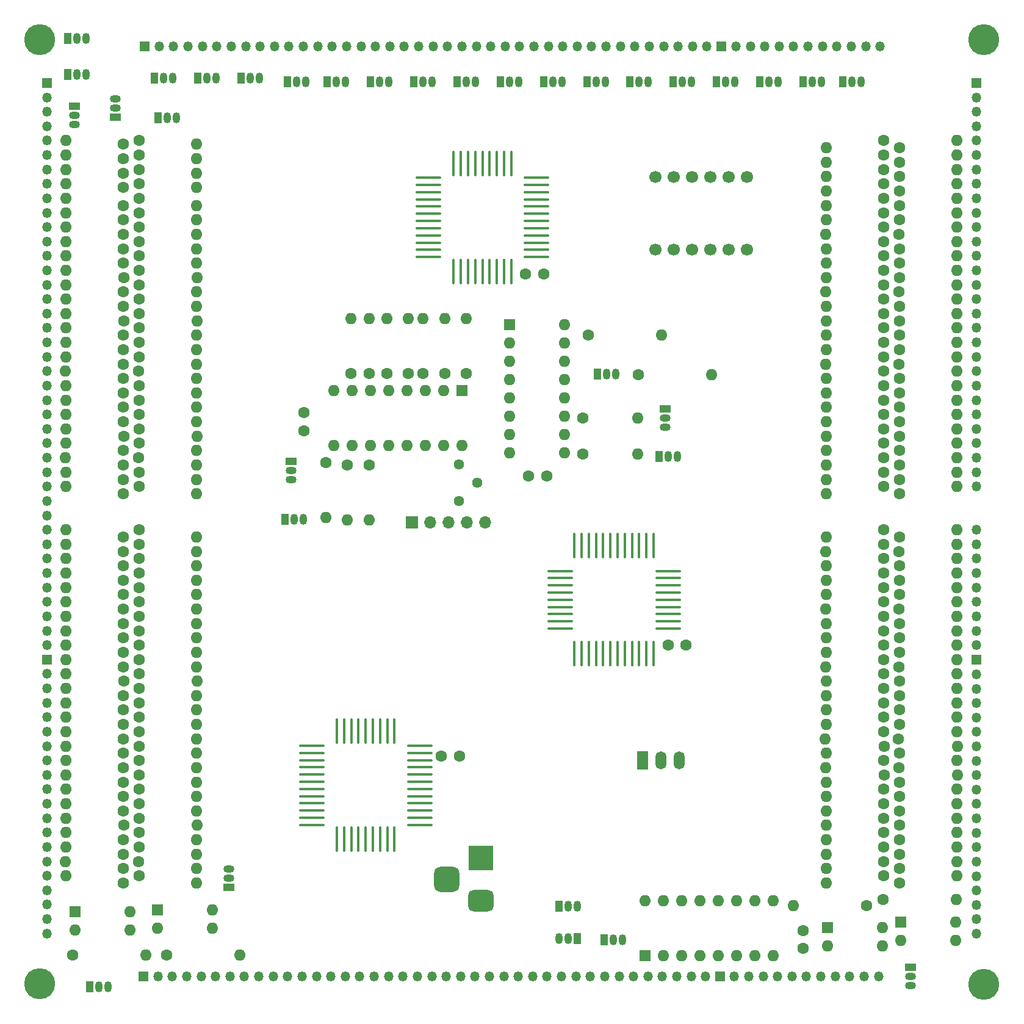
<source format=gts>
G04 #@! TF.GenerationSoftware,KiCad,Pcbnew,(6.0.5)*
G04 #@! TF.CreationDate,2022-09-02T23:17:56+01:00*
G04 #@! TF.ProjectId,screen-driver,73637265-656e-42d6-9472-697665722e6b,rev?*
G04 #@! TF.SameCoordinates,Original*
G04 #@! TF.FileFunction,Soldermask,Top*
G04 #@! TF.FilePolarity,Negative*
%FSLAX46Y46*%
G04 Gerber Fmt 4.6, Leading zero omitted, Abs format (unit mm)*
G04 Created by KiCad (PCBNEW (6.0.5)) date 2022-09-02 23:17:56*
%MOMM*%
%LPD*%
G01*
G04 APERTURE LIST*
G04 Aperture macros list*
%AMRoundRect*
0 Rectangle with rounded corners*
0 $1 Rounding radius*
0 $2 $3 $4 $5 $6 $7 $8 $9 X,Y pos of 4 corners*
0 Add a 4 corners polygon primitive as box body*
4,1,4,$2,$3,$4,$5,$6,$7,$8,$9,$2,$3,0*
0 Add four circle primitives for the rounded corners*
1,1,$1+$1,$2,$3*
1,1,$1+$1,$4,$5*
1,1,$1+$1,$6,$7*
1,1,$1+$1,$8,$9*
0 Add four rect primitives between the rounded corners*
20,1,$1+$1,$2,$3,$4,$5,0*
20,1,$1+$1,$4,$5,$6,$7,0*
20,1,$1+$1,$6,$7,$8,$9,0*
20,1,$1+$1,$8,$9,$2,$3,0*%
G04 Aperture macros list end*
%ADD10C,4.300000*%
%ADD11R,1.600000X1.600000*%
%ADD12O,1.600000X1.600000*%
%ADD13C,1.600000*%
%ADD14R,1.500000X1.050000*%
%ADD15O,1.500000X1.050000*%
%ADD16R,1.050000X1.500000*%
%ADD17O,1.050000X1.500000*%
%ADD18R,1.350000X1.350000*%
%ADD19O,1.350000X1.350000*%
%ADD20RoundRect,0.100000X-0.100000X1.650000X-0.100000X-1.650000X0.100000X-1.650000X0.100000X1.650000X0*%
%ADD21RoundRect,0.100000X-1.650000X-0.100000X1.650000X-0.100000X1.650000X0.100000X-1.650000X0.100000X0*%
%ADD22RoundRect,0.100000X0.100000X-1.650000X0.100000X1.650000X-0.100000X1.650000X-0.100000X-1.650000X0*%
%ADD23RoundRect,0.100000X1.650000X0.100000X-1.650000X0.100000X-1.650000X-0.100000X1.650000X-0.100000X0*%
%ADD24C,1.440000*%
%ADD25C,1.700000*%
%ADD26R,1.700000X1.700000*%
%ADD27O,1.700000X1.700000*%
%ADD28R,3.500000X3.500000*%
%ADD29RoundRect,0.750000X1.000000X-0.750000X1.000000X0.750000X-1.000000X0.750000X-1.000000X-0.750000X0*%
%ADD30RoundRect,0.875000X0.875000X-0.875000X0.875000X0.875000X-0.875000X0.875000X-0.875000X-0.875000X0*%
%ADD31R,1.500000X2.500000*%
%ADD32O,1.500000X2.500000*%
G04 APERTURE END LIST*
D10*
G04 #@! TO.C,*
X221300000Y-26510000D03*
G04 #@! TD*
D11*
G04 #@! TO.C,U5*
X148875000Y-75200000D03*
D12*
X146335000Y-75200000D03*
X143795000Y-75200000D03*
X141255000Y-75200000D03*
X138715000Y-75200000D03*
X136175000Y-75200000D03*
X133635000Y-75200000D03*
X131095000Y-75200000D03*
X131095000Y-82820000D03*
X133635000Y-82820000D03*
X136175000Y-82820000D03*
X138715000Y-82820000D03*
X141255000Y-82820000D03*
X143795000Y-82820000D03*
X146335000Y-82820000D03*
X148875000Y-82820000D03*
G04 #@! TD*
D13*
G04 #@! TO.C,R48*
X104080000Y-106500000D03*
D12*
X93920000Y-106500000D03*
G04 #@! TD*
D13*
G04 #@! TO.C,R195*
X207420000Y-96500000D03*
D12*
X217580000Y-96500000D03*
G04 #@! TD*
D14*
G04 #@! TO.C,Q2*
X95140000Y-35730000D03*
D15*
X95140000Y-37000000D03*
X95140000Y-38270000D03*
G04 #@! TD*
D13*
G04 #@! TO.C,R177*
X207420000Y-56500000D03*
D12*
X217580000Y-56500000D03*
G04 #@! TD*
D13*
G04 #@! TO.C,R37*
X104080000Y-80500000D03*
D12*
X93920000Y-80500000D03*
G04 #@! TD*
D13*
G04 #@! TO.C,R149*
X209500000Y-105500000D03*
D12*
X199340000Y-105500000D03*
G04 #@! TD*
D16*
G04 #@! TO.C,Q30*
X164900000Y-151200000D03*
D17*
X163630000Y-151200000D03*
X162360000Y-151200000D03*
G04 #@! TD*
D13*
G04 #@! TO.C,R8*
X104080000Y-126500000D03*
D12*
X93920000Y-126500000D03*
G04 #@! TD*
D13*
G04 #@! TO.C,R34*
X104080000Y-74500000D03*
D12*
X93920000Y-74500000D03*
G04 #@! TD*
D13*
G04 #@! TO.C,R176*
X207420000Y-54500000D03*
D12*
X217580000Y-54500000D03*
G04 #@! TD*
D13*
G04 #@! TO.C,R179*
X207420000Y-60500000D03*
D12*
X217580000Y-60500000D03*
G04 #@! TD*
D18*
G04 #@! TO.C,J7*
X184700000Y-156500000D03*
D19*
X186700000Y-156500000D03*
X188700000Y-156500000D03*
X190700000Y-156500000D03*
X192700000Y-156500000D03*
X194700000Y-156500000D03*
X196700000Y-156500000D03*
X198700000Y-156500000D03*
X200700000Y-156500000D03*
X202700000Y-156500000D03*
X204700000Y-156500000D03*
X206700000Y-156500000D03*
G04 #@! TD*
D13*
G04 #@! TO.C,R196*
X207420000Y-98500000D03*
D12*
X217580000Y-98500000D03*
G04 #@! TD*
D13*
G04 #@! TO.C,R115*
X207320000Y-145800000D03*
D12*
X217480000Y-145800000D03*
G04 #@! TD*
D13*
G04 #@! TO.C,R51*
X141500000Y-72810000D03*
D12*
X141500000Y-65190000D03*
G04 #@! TD*
D13*
G04 #@! TO.C,R155*
X209580000Y-117500000D03*
D12*
X199420000Y-117500000D03*
G04 #@! TD*
D13*
G04 #@! TO.C,R7*
X104080000Y-124500000D03*
D12*
X93920000Y-124500000D03*
G04 #@! TD*
D18*
G04 #@! TO.C,J6*
X184920000Y-27400000D03*
D19*
X186920000Y-27400000D03*
X188920000Y-27400000D03*
X190920000Y-27400000D03*
X192920000Y-27400000D03*
X194920000Y-27400000D03*
X196920000Y-27400000D03*
X198920000Y-27400000D03*
X200920000Y-27400000D03*
X202920000Y-27400000D03*
X204920000Y-27400000D03*
X206920000Y-27400000D03*
G04 #@! TD*
D13*
G04 #@! TO.C,C4*
X127000000Y-80750000D03*
X127000000Y-78250000D03*
G04 #@! TD*
G04 #@! TO.C,R71*
X101920000Y-133500000D03*
D12*
X112080000Y-133500000D03*
G04 #@! TD*
D13*
G04 #@! TO.C,R139*
X209580000Y-81500000D03*
D12*
X199420000Y-81500000D03*
G04 #@! TD*
D13*
G04 #@! TO.C,R98*
X101920000Y-83500000D03*
D12*
X112080000Y-83500000D03*
G04 #@! TD*
D13*
G04 #@! TO.C,R211*
X207500000Y-128500000D03*
D12*
X217660000Y-128500000D03*
G04 #@! TD*
D13*
G04 #@! TO.C,R209*
X207500000Y-124500000D03*
D12*
X217660000Y-124500000D03*
G04 #@! TD*
D13*
G04 #@! TO.C,R64*
X101920000Y-119500000D03*
D12*
X112080000Y-119500000D03*
G04 #@! TD*
D13*
G04 #@! TO.C,R175*
X207420000Y-52500000D03*
D12*
X217580000Y-52500000D03*
G04 #@! TD*
D13*
G04 #@! TO.C,R84*
X101920000Y-55500000D03*
D12*
X112080000Y-55500000D03*
G04 #@! TD*
D13*
G04 #@! TO.C,R59*
X136000000Y-85500000D03*
D12*
X136000000Y-93120000D03*
G04 #@! TD*
D13*
G04 #@! TO.C,R198*
X207420000Y-102500000D03*
D12*
X217580000Y-102500000D03*
G04 #@! TD*
D13*
G04 #@! TO.C,C3*
X196200000Y-152600000D03*
X196200000Y-150100000D03*
G04 #@! TD*
G04 #@! TO.C,R165*
X209580000Y-137500000D03*
D12*
X199420000Y-137500000D03*
G04 #@! TD*
D13*
G04 #@! TO.C,R210*
X207420000Y-126500000D03*
D12*
X217580000Y-126500000D03*
G04 #@! TD*
D13*
G04 #@! TO.C,R126*
X209580000Y-55500000D03*
D12*
X199420000Y-55500000D03*
G04 #@! TD*
D16*
G04 #@! TO.C,Q14*
X190230000Y-32360000D03*
D17*
X191500000Y-32360000D03*
X192770000Y-32360000D03*
G04 #@! TD*
D13*
G04 #@! TO.C,R131*
X209580000Y-65500000D03*
D12*
X199420000Y-65500000D03*
G04 #@! TD*
D13*
G04 #@! TO.C,R164*
X209580000Y-135500000D03*
D12*
X199420000Y-135500000D03*
G04 #@! TD*
D16*
G04 #@! TO.C,Q24*
X136230000Y-32360000D03*
D17*
X137500000Y-32360000D03*
X138770000Y-32360000D03*
G04 #@! TD*
D16*
G04 #@! TO.C,Q22*
X148230000Y-32360000D03*
D17*
X149500000Y-32360000D03*
X150770000Y-32360000D03*
G04 #@! TD*
D13*
G04 #@! TO.C,R145*
X209500000Y-97500000D03*
D12*
X199340000Y-97500000D03*
G04 #@! TD*
D14*
G04 #@! TO.C,Q6*
X100860000Y-37270000D03*
D15*
X100860000Y-36000000D03*
X100860000Y-34730000D03*
G04 #@! TD*
D13*
G04 #@! TO.C,R189*
X207420000Y-80500000D03*
D12*
X217580000Y-80500000D03*
G04 #@! TD*
D18*
G04 #@! TO.C,J5*
X104720000Y-156500000D03*
D19*
X106720000Y-156500000D03*
X108720000Y-156500000D03*
X110720000Y-156500000D03*
X112720000Y-156500000D03*
X114720000Y-156500000D03*
X116720000Y-156500000D03*
X118720000Y-156500000D03*
X120720000Y-156500000D03*
X122720000Y-156500000D03*
X124720000Y-156500000D03*
X126720000Y-156500000D03*
X128720000Y-156500000D03*
X130720000Y-156500000D03*
X132720000Y-156500000D03*
X134720000Y-156500000D03*
X136720000Y-156500000D03*
X138720000Y-156500000D03*
X140720000Y-156500000D03*
X142720000Y-156500000D03*
X144720000Y-156500000D03*
X146720000Y-156500000D03*
X148720000Y-156500000D03*
X150720000Y-156500000D03*
X152720000Y-156500000D03*
X154720000Y-156500000D03*
X156720000Y-156500000D03*
X158720000Y-156500000D03*
X160720000Y-156500000D03*
X162720000Y-156500000D03*
X164720000Y-156500000D03*
X166720000Y-156500000D03*
X168720000Y-156500000D03*
X170720000Y-156500000D03*
X172720000Y-156500000D03*
X174720000Y-156500000D03*
X176720000Y-156500000D03*
X178720000Y-156500000D03*
X180720000Y-156500000D03*
X182720000Y-156500000D03*
G04 #@! TD*
D13*
G04 #@! TO.C,R97*
X102000000Y-81500000D03*
D12*
X112160000Y-81500000D03*
G04 #@! TD*
D18*
G04 #@! TO.C,J9*
X220300000Y-112540000D03*
D19*
X220300000Y-114540000D03*
X220300000Y-116540000D03*
X220300000Y-118540000D03*
X220300000Y-120540000D03*
X220300000Y-122540000D03*
X220300000Y-124540000D03*
X220300000Y-126540000D03*
X220300000Y-128540000D03*
X220300000Y-130540000D03*
X220300000Y-132540000D03*
X220300000Y-134540000D03*
X220300000Y-136540000D03*
X220300000Y-138540000D03*
X220300000Y-140540000D03*
X220300000Y-142540000D03*
X220300000Y-144540000D03*
X220300000Y-146540000D03*
X220300000Y-148540000D03*
X220300000Y-150540000D03*
G04 #@! TD*
D13*
G04 #@! TO.C,R90*
X101920000Y-67500000D03*
D12*
X112080000Y-67500000D03*
G04 #@! TD*
D13*
G04 #@! TO.C,R70*
X101920000Y-131500000D03*
D12*
X112080000Y-131500000D03*
G04 #@! TD*
D13*
G04 #@! TO.C,R192*
X207420000Y-86500000D03*
D12*
X217580000Y-86500000D03*
G04 #@! TD*
D11*
G04 #@! TO.C,U9*
X174325000Y-153600000D03*
D12*
X176865000Y-153600000D03*
X179405000Y-153600000D03*
X181945000Y-153600000D03*
X184485000Y-153600000D03*
X187025000Y-153600000D03*
X189565000Y-153600000D03*
X192105000Y-153600000D03*
X192105000Y-145980000D03*
X189565000Y-145980000D03*
X187025000Y-145980000D03*
X184485000Y-145980000D03*
X181945000Y-145980000D03*
X179405000Y-145980000D03*
X176865000Y-145980000D03*
X174325000Y-145980000D03*
G04 #@! TD*
D13*
G04 #@! TO.C,R78*
X101920000Y-43000000D03*
D12*
X112080000Y-43000000D03*
G04 #@! TD*
D13*
G04 #@! TO.C,R101*
X143500000Y-72810000D03*
D12*
X143500000Y-65190000D03*
G04 #@! TD*
D18*
G04 #@! TO.C,J3*
X91300000Y-112500000D03*
D19*
X91300000Y-114500000D03*
X91300000Y-116500000D03*
X91300000Y-118500000D03*
X91300000Y-120500000D03*
X91300000Y-122500000D03*
X91300000Y-124500000D03*
X91300000Y-126500000D03*
X91300000Y-128500000D03*
X91300000Y-130500000D03*
X91300000Y-132500000D03*
X91300000Y-134500000D03*
X91300000Y-136500000D03*
X91300000Y-138500000D03*
X91300000Y-140500000D03*
X91300000Y-142500000D03*
X91300000Y-144500000D03*
X91300000Y-146500000D03*
X91300000Y-148500000D03*
X91300000Y-150500000D03*
G04 #@! TD*
D13*
G04 #@! TO.C,R110*
X101920000Y-109500000D03*
D12*
X112080000Y-109500000D03*
G04 #@! TD*
D13*
G04 #@! TO.C,R1*
X104080000Y-112500000D03*
D12*
X93920000Y-112500000D03*
G04 #@! TD*
D13*
G04 #@! TO.C,R178*
X207420000Y-58500000D03*
D12*
X217580000Y-58500000D03*
G04 #@! TD*
D13*
G04 #@! TO.C,R184*
X207420000Y-70500000D03*
D12*
X217580000Y-70500000D03*
G04 #@! TD*
D13*
G04 #@! TO.C,R185*
X207420000Y-72500000D03*
D12*
X217580000Y-72500000D03*
G04 #@! TD*
D13*
G04 #@! TO.C,R173*
X207420000Y-48500000D03*
D12*
X217580000Y-48500000D03*
G04 #@! TD*
D13*
G04 #@! TO.C,R106*
X101920000Y-101500000D03*
D12*
X112080000Y-101500000D03*
G04 #@! TD*
D13*
G04 #@! TO.C,R46*
X104080000Y-102500000D03*
D12*
X93920000Y-102500000D03*
G04 #@! TD*
D13*
G04 #@! TO.C,R154*
X209580000Y-115500000D03*
D12*
X199420000Y-115500000D03*
G04 #@! TD*
D16*
G04 #@! TO.C,Q20*
X154230000Y-32360000D03*
D17*
X155500000Y-32360000D03*
X156770000Y-32360000D03*
G04 #@! TD*
D13*
G04 #@! TO.C,R33*
X104000000Y-72500000D03*
D12*
X93840000Y-72500000D03*
G04 #@! TD*
D13*
G04 #@! TO.C,R85*
X101920000Y-57500000D03*
D12*
X112080000Y-57500000D03*
G04 #@! TD*
D13*
G04 #@! TO.C,R187*
X207420000Y-76500000D03*
D12*
X217580000Y-76500000D03*
G04 #@! TD*
D20*
G04 #@! TO.C,U11*
X169500000Y-96700000D03*
X168500000Y-96700000D03*
X167500000Y-96700000D03*
X166500000Y-96700000D03*
X165500000Y-96700000D03*
X164500000Y-96700000D03*
D21*
X162500000Y-100200000D03*
X162500000Y-101200000D03*
X162500000Y-102200000D03*
X162500000Y-103200000D03*
X162500000Y-104200000D03*
X162500000Y-105200000D03*
X162500000Y-106200000D03*
X162500000Y-107200000D03*
X162500000Y-108200000D03*
D22*
X164500000Y-111700000D03*
X165500000Y-111700000D03*
X166500000Y-111700000D03*
X167500000Y-111700000D03*
X168500000Y-111700000D03*
X169500000Y-111700000D03*
X170500000Y-111700000D03*
X171500000Y-111700000D03*
X172500000Y-111700000D03*
X173500000Y-111700000D03*
X174500000Y-111700000D03*
X175500000Y-111700000D03*
D23*
X177500000Y-108200000D03*
X177500000Y-107200000D03*
X177500000Y-106200000D03*
X177500000Y-105200000D03*
X177500000Y-104200000D03*
X177500000Y-103200000D03*
X177500000Y-102200000D03*
X177500000Y-101200000D03*
X177500000Y-100200000D03*
D20*
X175500000Y-96700000D03*
X174500000Y-96700000D03*
X173500000Y-96700000D03*
X172500000Y-96700000D03*
X171500000Y-96700000D03*
X170500000Y-96700000D03*
G04 #@! TD*
D13*
G04 #@! TO.C,R137*
X209580000Y-77500000D03*
D12*
X199420000Y-77500000D03*
G04 #@! TD*
D13*
G04 #@! TO.C,R216*
X207420000Y-138500000D03*
D12*
X217580000Y-138500000D03*
G04 #@! TD*
D13*
G04 #@! TO.C,C1*
X158150000Y-87000000D03*
X160650000Y-87000000D03*
G04 #@! TD*
G04 #@! TO.C,R142*
X209580000Y-87500000D03*
D12*
X199420000Y-87500000D03*
G04 #@! TD*
D13*
G04 #@! TO.C,R132*
X209580000Y-67500000D03*
D12*
X199420000Y-67500000D03*
G04 #@! TD*
D13*
G04 #@! TO.C,R99*
X101920000Y-85500000D03*
D12*
X112080000Y-85500000D03*
G04 #@! TD*
D13*
G04 #@! TO.C,R15*
X104000000Y-140500000D03*
D12*
X93840000Y-140500000D03*
G04 #@! TD*
D13*
G04 #@! TO.C,R79*
X101920000Y-45000000D03*
D12*
X112080000Y-45000000D03*
G04 #@! TD*
D13*
G04 #@! TO.C,R13*
X104080000Y-136500000D03*
D12*
X93920000Y-136500000D03*
G04 #@! TD*
D13*
G04 #@! TO.C,R93*
X101920000Y-73500000D03*
D12*
X112080000Y-73500000D03*
G04 #@! TD*
D13*
G04 #@! TO.C,R203*
X207420000Y-112500000D03*
D12*
X217580000Y-112500000D03*
G04 #@! TD*
D13*
G04 #@! TO.C,R127*
X209580000Y-57500000D03*
D12*
X199420000Y-57500000D03*
G04 #@! TD*
D13*
G04 #@! TO.C,R117*
X166420000Y-67500000D03*
D12*
X176580000Y-67500000D03*
G04 #@! TD*
D13*
G04 #@! TO.C,R125*
X209500000Y-53500000D03*
D12*
X199340000Y-53500000D03*
G04 #@! TD*
D13*
G04 #@! TO.C,R193*
X207420000Y-88500000D03*
D12*
X217580000Y-88500000D03*
G04 #@! TD*
D13*
G04 #@! TO.C,R109*
X101920000Y-107500000D03*
D12*
X112080000Y-107500000D03*
G04 #@! TD*
D13*
G04 #@! TO.C,R147*
X209580000Y-101500000D03*
D12*
X199420000Y-101500000D03*
G04 #@! TD*
D13*
G04 #@! TO.C,R80*
X101920000Y-47000000D03*
D12*
X112080000Y-47000000D03*
G04 #@! TD*
D13*
G04 #@! TO.C,R191*
X207420000Y-84500000D03*
D12*
X217580000Y-84500000D03*
G04 #@! TD*
D13*
G04 #@! TO.C,R62*
X102000000Y-115500000D03*
D12*
X112160000Y-115500000D03*
G04 #@! TD*
D16*
G04 #@! TO.C,Q17*
X172230000Y-32360000D03*
D17*
X173500000Y-32360000D03*
X174770000Y-32360000D03*
G04 #@! TD*
D13*
G04 #@! TO.C,R160*
X209500000Y-127500000D03*
D12*
X199340000Y-127500000D03*
G04 #@! TD*
D13*
G04 #@! TO.C,R104*
X101920000Y-97500000D03*
D12*
X112080000Y-97500000D03*
G04 #@! TD*
D13*
G04 #@! TO.C,R105*
X101920000Y-99500000D03*
D12*
X112080000Y-99500000D03*
G04 #@! TD*
D13*
G04 #@! TO.C,R5*
X104080000Y-120500000D03*
D12*
X93920000Y-120500000D03*
G04 #@! TD*
D13*
G04 #@! TO.C,R144*
X209580000Y-95500000D03*
D12*
X199420000Y-95500000D03*
G04 #@! TD*
D13*
G04 #@! TO.C,R55*
X146500000Y-72810000D03*
D12*
X146500000Y-65190000D03*
G04 #@! TD*
D11*
G04 #@! TO.C,U3*
X95200000Y-147500000D03*
D12*
X95200000Y-150040000D03*
X102820000Y-150040000D03*
X102820000Y-147500000D03*
G04 #@! TD*
D13*
G04 #@! TO.C,R77*
X101920000Y-41000000D03*
D12*
X112080000Y-41000000D03*
G04 #@! TD*
D14*
G04 #@! TO.C,Q32*
X177140000Y-77730000D03*
D15*
X177140000Y-79000000D03*
X177140000Y-80270000D03*
G04 #@! TD*
D13*
G04 #@! TO.C,R136*
X209580000Y-75500000D03*
D12*
X199420000Y-75500000D03*
G04 #@! TD*
D13*
G04 #@! TO.C,R56*
X138500000Y-72810000D03*
D12*
X138500000Y-65190000D03*
G04 #@! TD*
D13*
G04 #@! TO.C,R129*
X209500000Y-61500000D03*
D12*
X199340000Y-61500000D03*
G04 #@! TD*
D13*
G04 #@! TO.C,R44*
X104080000Y-98500000D03*
D12*
X93920000Y-98500000D03*
G04 #@! TD*
D13*
G04 #@! TO.C,R47*
X104080000Y-104500000D03*
D12*
X93920000Y-104500000D03*
G04 #@! TD*
D13*
G04 #@! TO.C,R130*
X209580000Y-63500000D03*
D12*
X199420000Y-63500000D03*
G04 #@! TD*
D13*
G04 #@! TO.C,R116*
X205080000Y-146600000D03*
D12*
X194920000Y-146600000D03*
G04 #@! TD*
D13*
G04 #@! TO.C,R14*
X104080000Y-138500000D03*
D12*
X93920000Y-138500000D03*
G04 #@! TD*
D13*
G04 #@! TO.C,R50*
X104080000Y-110500000D03*
D12*
X93920000Y-110500000D03*
G04 #@! TD*
D10*
G04 #@! TO.C,*
X221340000Y-157530000D03*
G04 #@! TD*
D18*
G04 #@! TO.C,J8*
X220300000Y-32500000D03*
D19*
X220300000Y-34500000D03*
X220300000Y-36500000D03*
X220300000Y-38500000D03*
X220300000Y-40500000D03*
X220300000Y-42500000D03*
X220300000Y-44500000D03*
X220300000Y-46500000D03*
X220300000Y-48500000D03*
X220300000Y-50500000D03*
X220300000Y-52500000D03*
X220300000Y-54500000D03*
X220300000Y-56500000D03*
X220300000Y-58500000D03*
X220300000Y-60500000D03*
X220300000Y-62500000D03*
X220300000Y-64500000D03*
X220300000Y-66500000D03*
X220300000Y-68500000D03*
X220300000Y-70500000D03*
X220300000Y-72500000D03*
X220300000Y-74500000D03*
X220300000Y-76500000D03*
X220300000Y-78500000D03*
X220300000Y-80500000D03*
X220300000Y-82500000D03*
X220300000Y-84500000D03*
X220300000Y-86500000D03*
X220300000Y-88500000D03*
X220300000Y-94500000D03*
X220300000Y-96500000D03*
X220300000Y-98500000D03*
X220300000Y-100500000D03*
X220300000Y-102500000D03*
X220300000Y-104500000D03*
X220300000Y-106500000D03*
X220300000Y-108500000D03*
X220300000Y-110500000D03*
G04 #@! TD*
D13*
G04 #@! TO.C,R135*
X209580000Y-73500000D03*
D12*
X199420000Y-73500000D03*
G04 #@! TD*
D13*
G04 #@! TO.C,R150*
X209580000Y-107500000D03*
D12*
X199420000Y-107500000D03*
G04 #@! TD*
D13*
G04 #@! TO.C,R188*
X207420000Y-78500000D03*
D12*
X217580000Y-78500000D03*
G04 #@! TD*
D13*
G04 #@! TO.C,R181*
X207420000Y-64500000D03*
D12*
X217580000Y-64500000D03*
G04 #@! TD*
D13*
G04 #@! TO.C,R4*
X104080000Y-118500000D03*
D12*
X93920000Y-118500000D03*
G04 #@! TD*
D16*
G04 #@! TO.C,Q12*
X201730000Y-32360000D03*
D17*
X203000000Y-32360000D03*
X204270000Y-32360000D03*
G04 #@! TD*
D13*
G04 #@! TO.C,R87*
X101920000Y-61500000D03*
D12*
X112080000Y-61500000D03*
G04 #@! TD*
D13*
G04 #@! TO.C,R217*
X207420000Y-140500000D03*
D12*
X217580000Y-140500000D03*
G04 #@! TD*
D13*
G04 #@! TO.C,R6*
X104080000Y-122500000D03*
D12*
X93920000Y-122500000D03*
G04 #@! TD*
D13*
G04 #@! TO.C,R68*
X101920000Y-127500000D03*
D12*
X112080000Y-127500000D03*
G04 #@! TD*
D14*
G04 #@! TO.C,Q8*
X125200000Y-85000000D03*
D15*
X125200000Y-86270000D03*
X125200000Y-87540000D03*
G04 #@! TD*
D13*
G04 #@! TO.C,R76*
X101920000Y-143500000D03*
D12*
X112080000Y-143500000D03*
G04 #@! TD*
D13*
G04 #@! TO.C,R69*
X101920000Y-129500000D03*
D12*
X112080000Y-129500000D03*
G04 #@! TD*
D16*
G04 #@! TO.C,Q4*
X124330000Y-93060000D03*
D17*
X125600000Y-93060000D03*
X126870000Y-93060000D03*
G04 #@! TD*
D13*
G04 #@! TO.C,R174*
X207420000Y-50500000D03*
D12*
X217580000Y-50500000D03*
G04 #@! TD*
D13*
G04 #@! TO.C,R152*
X209580000Y-111500000D03*
D12*
X199420000Y-111500000D03*
G04 #@! TD*
D24*
G04 #@! TO.C,RV1*
X148500000Y-90500000D03*
X151040000Y-87960000D03*
X148500000Y-85420000D03*
G04 #@! TD*
D13*
G04 #@! TO.C,R148*
X209580000Y-103500000D03*
D12*
X199420000Y-103500000D03*
G04 #@! TD*
D13*
G04 #@! TO.C,R89*
X102000000Y-65500000D03*
D12*
X112160000Y-65500000D03*
G04 #@! TD*
D16*
G04 #@! TO.C,Q19*
X160230000Y-32360000D03*
D17*
X161500000Y-32360000D03*
X162770000Y-32360000D03*
G04 #@! TD*
D13*
G04 #@! TO.C,R180*
X207420000Y-62500000D03*
D12*
X217580000Y-62500000D03*
G04 #@! TD*
D13*
G04 #@! TO.C,R201*
X207420000Y-108500000D03*
D12*
X217580000Y-108500000D03*
G04 #@! TD*
D13*
G04 #@! TO.C,R112*
X165690000Y-79000000D03*
D12*
X173310000Y-79000000D03*
G04 #@! TD*
D13*
G04 #@! TO.C,R83*
X101920000Y-53500000D03*
D12*
X112080000Y-53500000D03*
G04 #@! TD*
D13*
G04 #@! TO.C,R39*
X104000000Y-84500000D03*
D12*
X93840000Y-84500000D03*
G04 #@! TD*
D13*
G04 #@! TO.C,R204*
X207420000Y-114500000D03*
D12*
X217580000Y-114500000D03*
G04 #@! TD*
D13*
G04 #@! TO.C,R172*
X207420000Y-46500000D03*
D12*
X217580000Y-46500000D03*
G04 #@! TD*
D13*
G04 #@! TO.C,R120*
X209580000Y-43500000D03*
D12*
X199420000Y-43500000D03*
G04 #@! TD*
D13*
G04 #@! TO.C,R86*
X102000000Y-59500000D03*
D12*
X112160000Y-59500000D03*
G04 #@! TD*
D13*
G04 #@! TO.C,R30*
X104080000Y-66500000D03*
D12*
X93920000Y-66500000D03*
G04 #@! TD*
D13*
G04 #@! TO.C,R167*
X209580000Y-141500000D03*
D12*
X199420000Y-141500000D03*
G04 #@! TD*
D18*
G04 #@! TO.C,J4*
X104900000Y-27400000D03*
D19*
X106900000Y-27400000D03*
X108900000Y-27400000D03*
X110900000Y-27400000D03*
X112900000Y-27400000D03*
X114900000Y-27400000D03*
X116900000Y-27400000D03*
X118900000Y-27400000D03*
X120900000Y-27400000D03*
X122900000Y-27400000D03*
X124900000Y-27400000D03*
X126900000Y-27400000D03*
X128900000Y-27400000D03*
X130900000Y-27400000D03*
X132900000Y-27400000D03*
X134900000Y-27400000D03*
X136900000Y-27400000D03*
X138900000Y-27400000D03*
X140900000Y-27400000D03*
X142900000Y-27400000D03*
X144900000Y-27400000D03*
X146900000Y-27400000D03*
X148900000Y-27400000D03*
X150900000Y-27400000D03*
X152900000Y-27400000D03*
X154900000Y-27400000D03*
X156900000Y-27400000D03*
X158900000Y-27400000D03*
X160900000Y-27400000D03*
X162900000Y-27400000D03*
X164900000Y-27400000D03*
X166900000Y-27400000D03*
X168900000Y-27400000D03*
X170900000Y-27400000D03*
X172900000Y-27400000D03*
X174900000Y-27400000D03*
X176900000Y-27400000D03*
X178900000Y-27400000D03*
X180900000Y-27400000D03*
X182900000Y-27400000D03*
G04 #@! TD*
D13*
G04 #@! TO.C,R134*
X209500000Y-71500000D03*
D12*
X199340000Y-71500000D03*
G04 #@! TD*
D11*
G04 #@! TO.C,U2*
X106700000Y-147225000D03*
D12*
X106700000Y-149765000D03*
X114320000Y-149765000D03*
X114320000Y-147225000D03*
G04 #@! TD*
D13*
G04 #@! TO.C,R213*
X207420000Y-132500000D03*
D12*
X217580000Y-132500000D03*
G04 #@! TD*
D11*
G04 #@! TO.C,U12*
X209800000Y-148925000D03*
D12*
X209800000Y-151465000D03*
X217420000Y-151465000D03*
X217420000Y-148925000D03*
G04 #@! TD*
D13*
G04 #@! TO.C,R3*
X104080000Y-116500000D03*
D12*
X93920000Y-116500000D03*
G04 #@! TD*
D13*
G04 #@! TO.C,R2*
X104080000Y-114500000D03*
D12*
X93920000Y-114500000D03*
G04 #@! TD*
D23*
G04 #@! TO.C,U8*
X143050000Y-129450000D03*
X143050000Y-128450000D03*
X143050000Y-127450000D03*
X143050000Y-126450000D03*
X143050000Y-125450000D03*
X143050000Y-124450000D03*
D20*
X139550000Y-122450000D03*
X138550000Y-122450000D03*
X137550000Y-122450000D03*
X136550000Y-122450000D03*
X135550000Y-122450000D03*
X134550000Y-122450000D03*
X133550000Y-122450000D03*
X132550000Y-122450000D03*
X131550000Y-122450000D03*
D21*
X128050000Y-124450000D03*
X128050000Y-125450000D03*
X128050000Y-126450000D03*
X128050000Y-127450000D03*
X128050000Y-128450000D03*
X128050000Y-129450000D03*
X128050000Y-130450000D03*
X128050000Y-131450000D03*
X128050000Y-132450000D03*
X128050000Y-133450000D03*
X128050000Y-134450000D03*
X128050000Y-135450000D03*
D22*
X131550000Y-137450000D03*
X132550000Y-137450000D03*
X133550000Y-137450000D03*
X134550000Y-137450000D03*
X135550000Y-137450000D03*
X136550000Y-137450000D03*
X137550000Y-137450000D03*
X138550000Y-137450000D03*
X139550000Y-137450000D03*
D23*
X143050000Y-135450000D03*
X143050000Y-134450000D03*
X143050000Y-133450000D03*
X143050000Y-132450000D03*
X143050000Y-131450000D03*
X143050000Y-130450000D03*
G04 #@! TD*
D13*
G04 #@! TO.C,R81*
X101920000Y-49500000D03*
D12*
X112080000Y-49500000D03*
G04 #@! TD*
D13*
G04 #@! TO.C,R170*
X207420000Y-42500000D03*
D12*
X217580000Y-42500000D03*
G04 #@! TD*
D13*
G04 #@! TO.C,R12*
X104080000Y-134500000D03*
D12*
X93920000Y-134500000D03*
G04 #@! TD*
D13*
G04 #@! TO.C,R57*
X136000000Y-72810000D03*
D12*
X136000000Y-65190000D03*
G04 #@! TD*
D13*
G04 #@! TO.C,R35*
X104080000Y-76500000D03*
D12*
X93920000Y-76500000D03*
G04 #@! TD*
D13*
G04 #@! TO.C,R61*
X101920000Y-113500000D03*
D12*
X112080000Y-113500000D03*
G04 #@! TD*
D13*
G04 #@! TO.C,R163*
X209580000Y-133500000D03*
D12*
X199420000Y-133500000D03*
G04 #@! TD*
D16*
G04 #@! TO.C,Q7*
X168600000Y-151400000D03*
D17*
X169870000Y-151400000D03*
X171140000Y-151400000D03*
G04 #@! TD*
D16*
G04 #@! TO.C,Q13*
X196230000Y-32360000D03*
D17*
X197500000Y-32360000D03*
X198770000Y-32360000D03*
G04 #@! TD*
D16*
G04 #@! TO.C,Q16*
X178230000Y-32360000D03*
D17*
X179500000Y-32360000D03*
X180770000Y-32360000D03*
G04 #@! TD*
D13*
G04 #@! TO.C,R49*
X104080000Y-108500000D03*
D12*
X93920000Y-108500000D03*
G04 #@! TD*
D13*
G04 #@! TO.C,R31*
X104080000Y-68500000D03*
D12*
X93920000Y-68500000D03*
G04 #@! TD*
D13*
G04 #@! TO.C,R108*
X101920000Y-105500000D03*
D12*
X112080000Y-105500000D03*
G04 #@! TD*
D13*
G04 #@! TO.C,C2*
X177500000Y-110500000D03*
X180000000Y-110500000D03*
G04 #@! TD*
D16*
G04 #@! TO.C,Q3*
X162330000Y-146700000D03*
D17*
X163600000Y-146700000D03*
X164870000Y-146700000D03*
G04 #@! TD*
D13*
G04 #@! TO.C,R24*
X104080000Y-54500000D03*
D12*
X93920000Y-54500000D03*
G04 #@! TD*
D13*
G04 #@! TO.C,R63*
X101920000Y-117500000D03*
D12*
X112080000Y-117500000D03*
G04 #@! TD*
D13*
G04 #@! TO.C,R52*
X133500000Y-72810000D03*
D12*
X133500000Y-65190000D03*
G04 #@! TD*
D13*
G04 #@! TO.C,R200*
X207420000Y-106500000D03*
D12*
X217580000Y-106500000D03*
G04 #@! TD*
D13*
G04 #@! TO.C,R166*
X209580000Y-139500000D03*
D12*
X199420000Y-139500000D03*
G04 #@! TD*
D13*
G04 #@! TO.C,R58*
X130000000Y-85190000D03*
D12*
X130000000Y-92810000D03*
G04 #@! TD*
D23*
G04 #@! TO.C,U7*
X159250000Y-50650000D03*
X159250000Y-49650000D03*
X159250000Y-48650000D03*
X159250000Y-47650000D03*
X159250000Y-46650000D03*
X159250000Y-45650000D03*
D20*
X155750000Y-43650000D03*
X154750000Y-43650000D03*
X153750000Y-43650000D03*
X152750000Y-43650000D03*
X151750000Y-43650000D03*
X150750000Y-43650000D03*
X149750000Y-43650000D03*
X148750000Y-43650000D03*
X147750000Y-43650000D03*
D21*
X144250000Y-45650000D03*
X144250000Y-46650000D03*
X144250000Y-47650000D03*
X144250000Y-48650000D03*
X144250000Y-49650000D03*
X144250000Y-50650000D03*
X144250000Y-51650000D03*
X144250000Y-52650000D03*
X144250000Y-53650000D03*
X144250000Y-54650000D03*
X144250000Y-55650000D03*
X144250000Y-56650000D03*
D22*
X147750000Y-58650000D03*
X148750000Y-58650000D03*
X149750000Y-58650000D03*
X150750000Y-58650000D03*
X151750000Y-58650000D03*
X152750000Y-58650000D03*
X153750000Y-58650000D03*
X154750000Y-58650000D03*
X155750000Y-58650000D03*
D23*
X159250000Y-56650000D03*
X159250000Y-55650000D03*
X159250000Y-54650000D03*
X159250000Y-53650000D03*
X159250000Y-52650000D03*
X159250000Y-51650000D03*
G04 #@! TD*
D16*
G04 #@! TO.C,Q23*
X142230000Y-32360000D03*
D17*
X143500000Y-32360000D03*
X144770000Y-32360000D03*
G04 #@! TD*
D13*
G04 #@! TO.C,R159*
X209580000Y-125500000D03*
D12*
X199420000Y-125500000D03*
G04 #@! TD*
D13*
G04 #@! TO.C,R60*
X165690000Y-84000000D03*
D12*
X173310000Y-84000000D03*
G04 #@! TD*
D13*
G04 #@! TO.C,R28*
X104080000Y-62500000D03*
D12*
X93920000Y-62500000D03*
G04 #@! TD*
D11*
G04 #@! TO.C,U13*
X199600000Y-149725000D03*
D12*
X199600000Y-152265000D03*
X207220000Y-152265000D03*
X207220000Y-149725000D03*
G04 #@! TD*
D13*
G04 #@! TO.C,R153*
X209500000Y-113500000D03*
D12*
X199340000Y-113500000D03*
G04 #@! TD*
D16*
G04 #@! TO.C,Q15*
X184230000Y-32360000D03*
D17*
X185500000Y-32360000D03*
X186770000Y-32360000D03*
G04 #@! TD*
D13*
G04 #@! TO.C,R146*
X209580000Y-99500000D03*
D12*
X199420000Y-99500000D03*
G04 #@! TD*
D13*
G04 #@! TO.C,R171*
X207420000Y-44500000D03*
D12*
X217580000Y-44500000D03*
G04 #@! TD*
D13*
G04 #@! TO.C,R207*
X207420000Y-120500000D03*
D12*
X217580000Y-120500000D03*
G04 #@! TD*
D13*
G04 #@! TO.C,R183*
X207420000Y-68500000D03*
D12*
X217580000Y-68500000D03*
G04 #@! TD*
D13*
G04 #@! TO.C,R42*
X104080000Y-94500000D03*
D12*
X93920000Y-94500000D03*
G04 #@! TD*
D13*
G04 #@! TO.C,R190*
X207420000Y-82500000D03*
D12*
X217580000Y-82500000D03*
G04 #@! TD*
D13*
G04 #@! TO.C,R32*
X104080000Y-70500000D03*
D12*
X93920000Y-70500000D03*
G04 #@! TD*
D13*
G04 #@! TO.C,R67*
X101920000Y-125500000D03*
D12*
X112080000Y-125500000D03*
G04 #@! TD*
D16*
G04 #@! TO.C,Q21*
X176230000Y-84360000D03*
D17*
X177500000Y-84360000D03*
X178770000Y-84360000D03*
G04 #@! TD*
D16*
G04 #@! TO.C,Q26*
X124730000Y-32360000D03*
D17*
X126000000Y-32360000D03*
X127270000Y-32360000D03*
G04 #@! TD*
D13*
G04 #@! TO.C,R23*
X104080000Y-52500000D03*
D12*
X93920000Y-52500000D03*
G04 #@! TD*
D13*
G04 #@! TO.C,R194*
X207420000Y-94500000D03*
D12*
X217580000Y-94500000D03*
G04 #@! TD*
D13*
G04 #@! TO.C,R27*
X104080000Y-60500000D03*
D12*
X93920000Y-60500000D03*
G04 #@! TD*
D13*
G04 #@! TO.C,R45*
X104080000Y-100500000D03*
D12*
X93920000Y-100500000D03*
G04 #@! TD*
D13*
G04 #@! TO.C,R88*
X101920000Y-63500000D03*
D12*
X112080000Y-63500000D03*
G04 #@! TD*
D16*
G04 #@! TO.C,Q31*
X106730000Y-37360000D03*
D17*
X108000000Y-37360000D03*
X109270000Y-37360000D03*
G04 #@! TD*
D13*
G04 #@! TO.C,R141*
X209580000Y-85500000D03*
D12*
X199420000Y-85500000D03*
G04 #@! TD*
D13*
G04 #@! TO.C,R138*
X209580000Y-79500000D03*
D12*
X199420000Y-79500000D03*
G04 #@! TD*
D25*
G04 #@! TO.C,U10*
X175735000Y-55645000D03*
X178275000Y-55645000D03*
X180815000Y-55645000D03*
X183355000Y-55645000D03*
X185895000Y-55645000D03*
X188435000Y-55645000D03*
X188415000Y-45545000D03*
X185875000Y-45545000D03*
X183335000Y-45545000D03*
X180795000Y-45545000D03*
X178255000Y-45545000D03*
X175715000Y-45545000D03*
G04 #@! TD*
D13*
G04 #@! TO.C,R158*
X209480000Y-123500000D03*
D12*
X199320000Y-123500000D03*
G04 #@! TD*
D13*
G04 #@! TO.C,R113*
X107920000Y-153500000D03*
D12*
X118080000Y-153500000D03*
G04 #@! TD*
D13*
G04 #@! TO.C,R151*
X209580000Y-109500000D03*
D12*
X199420000Y-109500000D03*
G04 #@! TD*
D13*
G04 #@! TO.C,R95*
X101920000Y-77500000D03*
D12*
X112080000Y-77500000D03*
G04 #@! TD*
D13*
G04 #@! TO.C,R121*
X209580000Y-45500000D03*
D12*
X199420000Y-45500000D03*
G04 #@! TD*
D16*
G04 #@! TO.C,Q27*
X118230000Y-31860000D03*
D17*
X119500000Y-31860000D03*
X120770000Y-31860000D03*
G04 #@! TD*
D13*
G04 #@! TO.C,R103*
X101920000Y-95500000D03*
D12*
X112080000Y-95500000D03*
G04 #@! TD*
D13*
G04 #@! TO.C,R41*
X104080000Y-88500000D03*
D12*
X93920000Y-88500000D03*
G04 #@! TD*
D18*
G04 #@! TO.C,J2*
X91300000Y-32500000D03*
D19*
X91300000Y-34500000D03*
X91300000Y-36500000D03*
X91300000Y-38500000D03*
X91300000Y-40500000D03*
X91300000Y-42500000D03*
X91300000Y-44500000D03*
X91300000Y-46500000D03*
X91300000Y-48500000D03*
X91300000Y-50500000D03*
X91300000Y-52500000D03*
X91300000Y-54500000D03*
X91300000Y-56500000D03*
X91300000Y-58500000D03*
X91300000Y-60500000D03*
X91300000Y-62500000D03*
X91300000Y-64500000D03*
X91300000Y-66500000D03*
X91300000Y-68500000D03*
X91300000Y-70500000D03*
X91300000Y-72500000D03*
X91300000Y-74500000D03*
X91300000Y-76500000D03*
X91300000Y-78500000D03*
X91300000Y-80500000D03*
X91300000Y-82500000D03*
X91300000Y-84500000D03*
X91300000Y-86500000D03*
X91300000Y-88500000D03*
X91300000Y-90500000D03*
X91300000Y-92500000D03*
X91300000Y-94500000D03*
X91300000Y-96500000D03*
X91300000Y-98500000D03*
X91300000Y-100500000D03*
X91300000Y-102500000D03*
X91300000Y-104500000D03*
X91300000Y-106500000D03*
X91300000Y-108500000D03*
X91300000Y-110500000D03*
G04 #@! TD*
D13*
G04 #@! TO.C,R36*
X104080000Y-78500000D03*
D12*
X93920000Y-78500000D03*
G04 #@! TD*
D16*
G04 #@! TO.C,Q1*
X97230000Y-157860000D03*
D17*
X98500000Y-157860000D03*
X99770000Y-157860000D03*
G04 #@! TD*
D13*
G04 #@! TO.C,R107*
X101920000Y-103500000D03*
D12*
X112080000Y-103500000D03*
G04 #@! TD*
D16*
G04 #@! TO.C,Q33*
X167730000Y-72860000D03*
D17*
X169000000Y-72860000D03*
X170270000Y-72860000D03*
G04 #@! TD*
D13*
G04 #@! TO.C,R16*
X104080000Y-142500000D03*
D12*
X93920000Y-142500000D03*
G04 #@! TD*
D13*
G04 #@! TO.C,R43*
X104080000Y-96500000D03*
D12*
X93920000Y-96500000D03*
G04 #@! TD*
D13*
G04 #@! TO.C,R122*
X209580000Y-47500000D03*
D12*
X199420000Y-47500000D03*
G04 #@! TD*
D13*
G04 #@! TO.C,R123*
X209580000Y-49500000D03*
D12*
X199420000Y-49500000D03*
G04 #@! TD*
D13*
G04 #@! TO.C,R96*
X101920000Y-79500000D03*
D12*
X112080000Y-79500000D03*
G04 #@! TD*
D16*
G04 #@! TO.C,Q5*
X94230000Y-26360000D03*
D17*
X95500000Y-26360000D03*
X96770000Y-26360000D03*
G04 #@! TD*
D13*
G04 #@! TO.C,R111*
X101920000Y-111500000D03*
D12*
X112080000Y-111500000D03*
G04 #@! TD*
D13*
G04 #@! TO.C,R157*
X209580000Y-121500000D03*
D12*
X199420000Y-121500000D03*
G04 #@! TD*
D13*
G04 #@! TO.C,R94*
X101920000Y-75500000D03*
D12*
X112080000Y-75500000D03*
G04 #@! TD*
D13*
G04 #@! TO.C,R156*
X209580000Y-119500000D03*
D12*
X199420000Y-119500000D03*
G04 #@! TD*
D13*
G04 #@! TO.C,R9*
X104080000Y-128500000D03*
D12*
X93920000Y-128500000D03*
G04 #@! TD*
D13*
G04 #@! TO.C,R212*
X207420000Y-130500000D03*
D12*
X217580000Y-130500000D03*
G04 #@! TD*
D13*
G04 #@! TO.C,R118*
X173420000Y-73000000D03*
D12*
X183580000Y-73000000D03*
G04 #@! TD*
D13*
G04 #@! TO.C,R202*
X207420000Y-110500000D03*
D12*
X217580000Y-110500000D03*
G04 #@! TD*
D13*
G04 #@! TO.C,R18*
X104080000Y-42500000D03*
D12*
X93920000Y-42500000D03*
G04 #@! TD*
D13*
G04 #@! TO.C,R29*
X104080000Y-64500000D03*
D12*
X93920000Y-64500000D03*
G04 #@! TD*
D13*
G04 #@! TO.C,R205*
X207420000Y-116500000D03*
D12*
X217580000Y-116500000D03*
G04 #@! TD*
D13*
G04 #@! TO.C,R17*
X104080000Y-40500000D03*
D12*
X93920000Y-40500000D03*
G04 #@! TD*
D16*
G04 #@! TO.C,Q28*
X112230000Y-31860000D03*
D17*
X113500000Y-31860000D03*
X114770000Y-31860000D03*
G04 #@! TD*
D10*
G04 #@! TO.C,*
X90360000Y-26510000D03*
G04 #@! TD*
D13*
G04 #@! TO.C,R11*
X104080000Y-132500000D03*
D12*
X93920000Y-132500000D03*
G04 #@! TD*
D13*
G04 #@! TO.C,R162*
X209580000Y-131500000D03*
D12*
X199420000Y-131500000D03*
G04 #@! TD*
D13*
G04 #@! TO.C,R20*
X104080000Y-46500000D03*
D12*
X93920000Y-46500000D03*
G04 #@! TD*
D13*
G04 #@! TO.C,R100*
X101920000Y-87500000D03*
D12*
X112080000Y-87500000D03*
G04 #@! TD*
D13*
G04 #@! TO.C,R218*
X207420000Y-142500000D03*
D12*
X217580000Y-142500000D03*
G04 #@! TD*
D13*
G04 #@! TO.C,R74*
X101920000Y-139500000D03*
D12*
X112080000Y-139500000D03*
G04 #@! TD*
D13*
G04 #@! TO.C,R124*
X209580000Y-51500000D03*
D12*
X199420000Y-51500000D03*
G04 #@! TD*
D13*
G04 #@! TO.C,R215*
X207420000Y-136500000D03*
D12*
X217580000Y-136500000D03*
G04 #@! TD*
D13*
G04 #@! TO.C,R38*
X104080000Y-82500000D03*
D12*
X93920000Y-82500000D03*
G04 #@! TD*
D13*
G04 #@! TO.C,R40*
X104080000Y-86500000D03*
D12*
X93920000Y-86500000D03*
G04 #@! TD*
D13*
G04 #@! TO.C,R182*
X207420000Y-66500000D03*
D12*
X217580000Y-66500000D03*
G04 #@! TD*
D13*
G04 #@! TO.C,R214*
X207420000Y-134500000D03*
D12*
X217580000Y-134500000D03*
G04 #@! TD*
D13*
G04 #@! TO.C,R54*
X149500000Y-72810000D03*
D12*
X149500000Y-65190000D03*
G04 #@! TD*
D13*
G04 #@! TO.C,R53*
X133000000Y-85500000D03*
D12*
X133000000Y-93120000D03*
G04 #@! TD*
D13*
G04 #@! TO.C,R66*
X101920000Y-123500000D03*
D12*
X112080000Y-123500000D03*
G04 #@! TD*
D13*
G04 #@! TO.C,R199*
X207420000Y-104500000D03*
D12*
X217580000Y-104500000D03*
G04 #@! TD*
D16*
G04 #@! TO.C,Q18*
X166230000Y-32360000D03*
D17*
X167500000Y-32360000D03*
X168770000Y-32360000D03*
G04 #@! TD*
D13*
G04 #@! TO.C,R22*
X104080000Y-50500000D03*
D12*
X93920000Y-50500000D03*
G04 #@! TD*
D13*
G04 #@! TO.C,R10*
X104080000Y-130500000D03*
D12*
X93920000Y-130500000D03*
G04 #@! TD*
D13*
G04 #@! TO.C,R140*
X209580000Y-83500000D03*
D12*
X199420000Y-83500000D03*
G04 #@! TD*
D13*
G04 #@! TO.C,R169*
X207420000Y-40500000D03*
D12*
X217580000Y-40500000D03*
G04 #@! TD*
D13*
G04 #@! TO.C,R143*
X209580000Y-89500000D03*
D12*
X199420000Y-89500000D03*
G04 #@! TD*
D13*
G04 #@! TO.C,C6*
X160250000Y-59000000D03*
X157750000Y-59000000D03*
G04 #@! TD*
D14*
G04 #@! TO.C,Q10*
X116600000Y-144100000D03*
D15*
X116600000Y-142830000D03*
X116600000Y-141560000D03*
G04 #@! TD*
D13*
G04 #@! TO.C,C5*
X148550000Y-125900000D03*
X146050000Y-125900000D03*
G04 #@! TD*
D10*
G04 #@! TO.C,REF\u002A\u002A*
X90350000Y-157510000D03*
G04 #@! TD*
D13*
G04 #@! TO.C,R19*
X104080000Y-44500000D03*
D12*
X93920000Y-44500000D03*
G04 #@! TD*
D13*
G04 #@! TO.C,R206*
X207420000Y-118500000D03*
D12*
X217580000Y-118500000D03*
G04 #@! TD*
D13*
G04 #@! TO.C,R65*
X101920000Y-121500000D03*
D12*
X112080000Y-121500000D03*
G04 #@! TD*
D13*
G04 #@! TO.C,R208*
X207420000Y-122500000D03*
D12*
X217580000Y-122500000D03*
G04 #@! TD*
D13*
G04 #@! TO.C,R82*
X101920000Y-51500000D03*
D12*
X112080000Y-51500000D03*
G04 #@! TD*
D13*
G04 #@! TO.C,R128*
X209580000Y-59500000D03*
D12*
X199420000Y-59500000D03*
G04 #@! TD*
D13*
G04 #@! TO.C,R26*
X104080000Y-58500000D03*
D12*
X93920000Y-58500000D03*
G04 #@! TD*
D11*
G04 #@! TO.C,U6*
X155500000Y-66000000D03*
D12*
X155500000Y-68540000D03*
X155500000Y-71080000D03*
X155500000Y-73620000D03*
X155500000Y-76160000D03*
X155500000Y-78700000D03*
X155500000Y-81240000D03*
X155500000Y-83780000D03*
X163120000Y-83780000D03*
X163120000Y-81240000D03*
X163120000Y-78700000D03*
X163120000Y-76160000D03*
X163120000Y-73620000D03*
X163120000Y-71080000D03*
X163120000Y-68540000D03*
X163120000Y-66000000D03*
G04 #@! TD*
D16*
G04 #@! TO.C,Q29*
X106230000Y-31860000D03*
D17*
X107500000Y-31860000D03*
X108770000Y-31860000D03*
G04 #@! TD*
D13*
G04 #@! TO.C,R114*
X94920000Y-153500000D03*
D12*
X105080000Y-153500000D03*
G04 #@! TD*
D13*
G04 #@! TO.C,R21*
X104080000Y-48500000D03*
D12*
X93920000Y-48500000D03*
G04 #@! TD*
D13*
G04 #@! TO.C,R197*
X207420000Y-100500000D03*
D12*
X217580000Y-100500000D03*
G04 #@! TD*
D13*
G04 #@! TO.C,R186*
X207420000Y-74500000D03*
D12*
X217580000Y-74500000D03*
G04 #@! TD*
D13*
G04 #@! TO.C,R119*
X209580000Y-41500000D03*
D12*
X199420000Y-41500000D03*
G04 #@! TD*
D13*
G04 #@! TO.C,R75*
X101920000Y-141500000D03*
D12*
X112080000Y-141500000D03*
G04 #@! TD*
D13*
G04 #@! TO.C,R25*
X104080000Y-56500000D03*
D12*
X93920000Y-56500000D03*
G04 #@! TD*
D13*
G04 #@! TO.C,R168*
X209580000Y-143500000D03*
D12*
X199420000Y-143500000D03*
G04 #@! TD*
D13*
G04 #@! TO.C,R73*
X101920000Y-137500000D03*
D12*
X112080000Y-137500000D03*
G04 #@! TD*
D13*
G04 #@! TO.C,R102*
X101920000Y-89500000D03*
D12*
X112080000Y-89500000D03*
G04 #@! TD*
D16*
G04 #@! TO.C,Q25*
X130230000Y-32360000D03*
D17*
X131500000Y-32360000D03*
X132770000Y-32360000D03*
G04 #@! TD*
D13*
G04 #@! TO.C,R91*
X101920000Y-69500000D03*
D12*
X112080000Y-69500000D03*
G04 #@! TD*
D14*
G04 #@! TO.C,Q11*
X211140000Y-155230000D03*
D15*
X211140000Y-156500000D03*
X211140000Y-157770000D03*
G04 #@! TD*
D13*
G04 #@! TO.C,R92*
X101920000Y-71500000D03*
D12*
X112080000Y-71500000D03*
G04 #@! TD*
D16*
G04 #@! TO.C,Q9*
X94230000Y-31360000D03*
D17*
X95500000Y-31360000D03*
X96770000Y-31360000D03*
G04 #@! TD*
D13*
G04 #@! TO.C,R72*
X102000000Y-135500000D03*
D12*
X112160000Y-135500000D03*
G04 #@! TD*
D13*
G04 #@! TO.C,R161*
X209580000Y-129500000D03*
D12*
X199420000Y-129500000D03*
G04 #@! TD*
D13*
G04 #@! TO.C,R133*
X209580000Y-69500000D03*
D12*
X199420000Y-69500000D03*
G04 #@! TD*
D26*
G04 #@! TO.C,J10*
X141925000Y-93500000D03*
D27*
X144465000Y-93500000D03*
X147005000Y-93500000D03*
X149545000Y-93500000D03*
X152085000Y-93500000D03*
G04 #@! TD*
D28*
G04 #@! TO.C,J1*
X151500000Y-140000000D03*
D29*
X151500000Y-146000000D03*
D30*
X146800000Y-143000000D03*
G04 #@! TD*
D31*
G04 #@! TO.C,U4*
X173967500Y-126517500D03*
D32*
X176507500Y-126517500D03*
X179047500Y-126517500D03*
G04 #@! TD*
M02*

</source>
